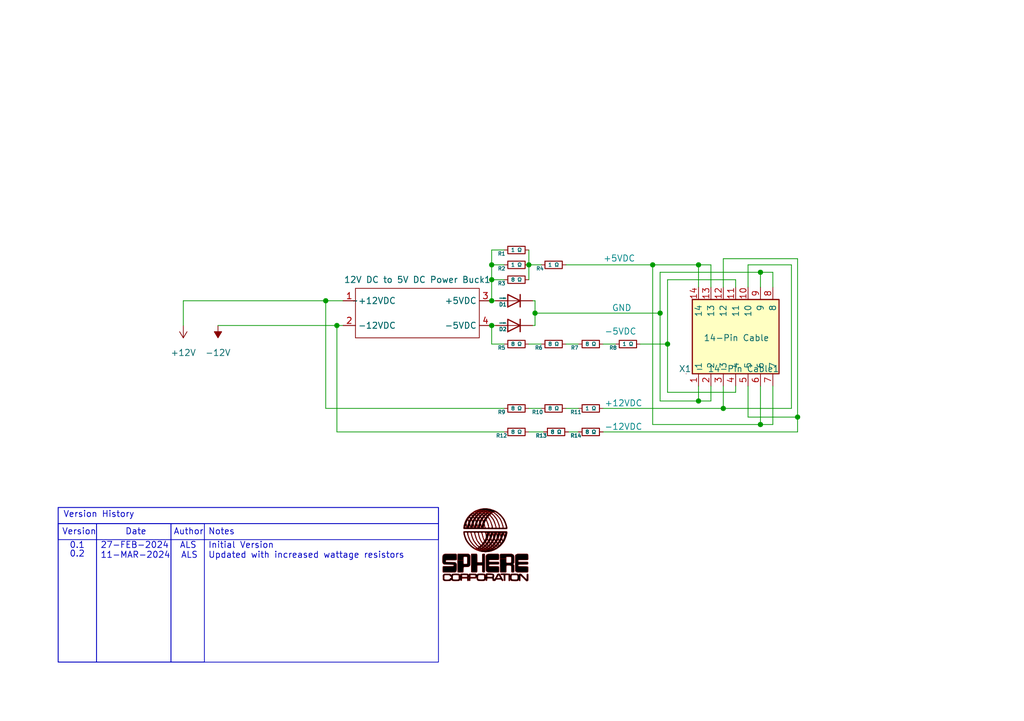
<source format=kicad_sch>
(kicad_sch (version 20230121) (generator eeschema)
  (paper "A5")
  (title_block (title "Project Plasma") (date "2024-03-11") (rev "v0.2"))
  (lib_symbols
    (symbol "Device:R_Small" (pin_numbers hide) (pin_names (offset 0.254) hide)
      (property "Reference" "R" (at 0.762 0.508 0))
      (property "Value" "R_Small" (at 0.762 -1.016 0))
      (symbol "R_Small_1_1"
        (pin passive line (at 0 2.54 270) (length 0.762) (name "~") (number "1"))
        (pin passive line (at 0 -2.54 90) (length 0.762) (name "~") (number "2"))
      )
    )
    (symbol "Diode:1N4001" (pin_numbers hide) (pin_names hide)
      (property "Reference" "D" (at 0 2.54 0))
      (property "Value" "1N4001" (at 0 -2.54 0))
      (symbol "1N4001_1_1"
        (pin passive line (at -3.81 0 0) (length 2.54) (name "K") (number "1"))
        (pin passive line (at 3.81 0 180) (length 2.54) (name "A") (number "2"))
      )
    )
    (symbol "Sphere:14-Pin Socket" (pin_names (offset 1.016))
      (property "Reference" "X?" (at -6.2992 10.16 0))
      (property "Value" "14-Pin Socket" (at 0 0 90))
      (symbol "14-Pin Socket_1_1"
        (pin passive line (at -10.16 7.62 0) (length 2.54) (name "1") (number "1"))
        (pin passive line (at 10.16 -2.54 180) (length 2.54) (name "10") (number "10"))
        (pin passive line (at 10.16 0 180) (length 2.54) (name "11") (number "11"))
        (pin passive line (at 10.16 2.54 180) (length 2.54) (name "12") (number "12"))
        (pin passive line (at 10.16 5.08 180) (length 2.54) (name "13") (number "13"))
        (pin passive line (at 10.16 7.62 180) (length 2.54) (name "14") (number "14"))
        (pin passive line (at -10.16 5.08 0) (length 2.54) (name "2") (number "2"))
        (pin passive line (at -10.16 2.54 0) (length 2.54) (name "3") (number "3"))
        (pin passive line (at -10.16 0 0) (length 2.54) (name "4") (number "4"))
        (pin passive line (at -10.16 -2.54 0) (length 2.54) (name "5") (number "5"))
        (pin passive line (at -10.16 -5.08 0) (length 2.54) (name "6") (number "6"))
        (pin passive line (at -10.16 -7.62 0) (length 2.54) (name "7") (number "7"))
        (pin passive line (at 10.16 -7.62 180) (length 2.54) (name "8") (number "8"))
        (pin passive line (at 10.16 -5.08 180) (length 2.54) (name "9") (number "9"))
      )
    )
    (symbol "Sphere:Adjustable_Power_Buck"
      (property "Reference" "P" (at 12.7 -10.16 0))
      (symbol "Adjustable_Power_Buck_1_0"
        (pin input line (at -2.54 0 0) (length 2.54) (name "+12VDC") (number "1"))
        (pin input line (at -2.54 -5.08 0) (length 2.54) (name "-12VDC") (number "2"))
        (pin output line (at 27.94 0 180) (length 2.54) (name "+5VDC") (number "3"))
        (pin output line (at 27.94 -5.08 180) (length 2.54) (name "-5VDC") (number "4"))
      )
    )
    (symbol "Sphere:GRAPHICS-LOGO" (pin_names (offset 1.016)))
    (symbol "power:+12V" (power) (pin_names (offset 0))
      (property "Value" "+12V" (at 0 3.556 0))
      (symbol "+12V_1_1"
        (pin power_in line (at 0 0 90) (length 0) hide (name "+12V") (number "1"))
      )
    )
    (symbol "power:-12V" (power) (pin_names (offset 0))
      (property "Value" "-12V" (at 0 3.81 0))
      (symbol "-12V_0_0"
        (pin power_in line (at 0 0 90) (length 0) hide (name "-12V") (number "1"))
      )
    )
  )
  (junction (at 108.458 54.356))
  (junction (at 100.838 54.356))
  (junction (at 100.838 61.722))
  (junction (at 143.256 54.356))
  (junction (at 155.956 87.122))
  (junction (at 109.728 64.262))
  (junction (at 66.802 61.722))
  (junction (at 133.858 54.356))
  (junction (at 100.838 57.404))
  (junction (at 148.336 83.82))
  (junction (at 136.906 70.612))
  (junction (at 69.088 66.802))
  (junction (at 143.256 82.296))
  (junction (at 155.956 55.88))
  (junction (at 163.576 85.598))
  (junction (at 100.838 66.802))
  (junction (at 135.382 64.262))
  (wire (pts (xy 150.876 80.518) (xy 150.876 79.248)))
  (wire (pts (xy 135.382 64.262) (xy 135.382 82.296)))
  (wire (pts (xy 108.458 83.82) (xy 110.998 83.82)))
  (wire (pts (xy 163.576 85.598) (xy 163.576 88.646)))
  (wire (pts (xy 131.318 70.612) (xy 136.906 70.612)))
  (wire (pts (xy 109.728 66.802) (xy 109.22 66.802)))
  (wire (pts (xy 153.416 85.598) (xy 153.416 79.248)))
  (wire (pts (xy 136.906 70.612) (xy 136.906 80.518)))
  (wire (pts (xy 145.796 54.356) (xy 143.256 54.356)))
  (wire (pts (xy 143.256 82.296) (xy 143.256 79.248)))
  (wire (pts (xy 103.378 54.356) (xy 100.838 54.356)))
  (wire (pts (xy 103.378 51.308) (xy 100.838 51.308)))
  (wire (pts (xy 108.458 51.308) (xy 108.458 54.356)))
  (wire (pts (xy 108.458 54.356) (xy 110.998 54.356)))
  (wire (pts (xy 66.802 61.722) (xy 66.802 83.82)))
  (wire (pts (xy 145.796 79.248) (xy 145.796 82.296)))
  (wire (pts (xy 66.802 83.82) (xy 103.378 83.82)))
  (wire (pts (xy 37.592 61.722) (xy 37.592 66.802)))
  (wire (pts (xy 155.956 55.88) (xy 155.956 58.928)))
  (wire (pts (xy 109.728 64.262) (xy 135.382 64.262)))
  (wire (pts (xy 135.382 64.262) (xy 135.382 55.88)))
  (wire (pts (xy 69.088 88.646) (xy 103.378 88.646)))
  (wire (pts (xy 155.956 87.122) (xy 158.496 87.122)))
  (wire (pts (xy 155.956 79.248) (xy 155.956 87.122)))
  (wire (pts (xy 143.256 54.356) (xy 133.858 54.356)))
  (wire (pts (xy 155.956 55.88) (xy 158.496 55.88)))
  (wire (pts (xy 145.796 58.928) (xy 145.796 54.356)))
  (wire (pts (xy 37.592 61.722) (xy 66.802 61.722)))
  (wire (pts (xy 136.906 80.518) (xy 150.876 80.518)))
  (wire (pts (xy 101.6 61.722) (xy 100.838 61.722)))
  (wire (pts (xy 153.416 54.356) (xy 153.416 58.928)))
  (wire (pts (xy 136.906 57.404) (xy 150.876 57.404)))
  (wire (pts (xy 118.618 88.646) (xy 116.586 88.646)))
  (wire (pts (xy 109.728 64.262) (xy 109.728 66.802)))
  (wire (pts (xy 163.576 53.086) (xy 163.576 85.598)))
  (wire (pts (xy 148.336 83.82) (xy 162.306 83.82)))
  (wire (pts (xy 143.256 54.356) (xy 143.256 58.928)))
  (wire (pts (xy 100.838 54.356) (xy 100.838 57.404)))
  (wire (pts (xy 123.698 70.612) (xy 126.238 70.612)))
  (wire (pts (xy 100.838 57.404) (xy 100.838 61.722)))
  (wire (pts (xy 162.306 83.82) (xy 162.306 54.356)))
  (wire (pts (xy 108.458 54.356) (xy 108.458 57.404)))
  (wire (pts (xy 103.378 57.404) (xy 100.838 57.404)))
  (wire (pts (xy 148.336 79.248) (xy 148.336 83.82)))
  (wire (pts (xy 100.838 51.308) (xy 100.838 54.356)))
  (wire (pts (xy 69.088 66.802) (xy 69.088 88.646)))
  (wire (pts (xy 153.416 85.598) (xy 163.576 85.598)))
  (wire (pts (xy 158.496 55.88) (xy 158.496 58.928)))
  (wire (pts (xy 135.382 55.88) (xy 155.956 55.88)))
  (wire (pts (xy 69.088 66.802) (xy 70.358 66.802)))
  (wire (pts (xy 123.698 83.82) (xy 148.336 83.82)))
  (wire (pts (xy 108.458 70.612) (xy 110.998 70.612)))
  (wire (pts (xy 66.802 61.722) (xy 70.358 61.722)))
  (wire (pts (xy 116.078 83.82) (xy 118.618 83.82)))
  (wire (pts (xy 136.906 57.404) (xy 136.906 70.612)))
  (wire (pts (xy 148.336 53.086) (xy 148.336 58.928)))
  (wire (pts (xy 143.256 82.296) (xy 145.796 82.296)))
  (wire (pts (xy 133.858 54.356) (xy 133.858 87.122)))
  (wire (pts (xy 44.704 66.802) (xy 69.088 66.802)))
  (wire (pts (xy 162.306 54.356) (xy 153.416 54.356)))
  (wire (pts (xy 109.728 61.722) (xy 109.728 64.262)))
  (wire (pts (xy 150.876 57.404) (xy 150.876 58.928)))
  (wire (pts (xy 116.078 70.612) (xy 118.618 70.612)))
  (wire (pts (xy 101.6 66.802) (xy 100.838 66.802)))
  (wire (pts (xy 109.728 61.722) (xy 109.22 61.722)))
  (wire (pts (xy 163.576 53.086) (xy 148.336 53.086)))
  (wire (pts (xy 158.496 87.122) (xy 158.496 79.248)))
  (wire (pts (xy 108.458 88.646) (xy 111.506 88.646)))
  (wire (pts (xy 103.378 70.612) (xy 100.838 70.612)))
  (wire (pts (xy 133.858 87.122) (xy 155.956 87.122)))
  (wire (pts (xy 123.698 88.646) (xy 163.576 88.646)))
  (wire (pts (xy 135.382 82.296) (xy 143.256 82.296)))
  (wire (pts (xy 100.838 66.802) (xy 100.838 70.612)))
  (wire (pts (xy 116.078 54.356) (xy 133.858 54.356)))
  (rectangle (start 11.938 107.442) (end 89.916 110.744))
  (rectangle (start 11.938 104.14) (end 89.916 107.442))
  (rectangle (start 35.052 107.442) (end 41.91 135.89))
  (rectangle (start 11.938 107.442) (end 19.812 135.89))
  (rectangle (start 11.938 104.14) (end 89.916 135.89))
  (rectangle (start 19.812 107.442) (end 35.052 135.89))
  (text "0.2" (at 14.224 114.554 0) (effects (font (size 1.27 1.27)) (justify left bottom)))
  (text "Initial Version" (at 42.672 112.776 0) (effects (font (size 1.27 1.27)) (justify left bottom)))
  (text "Version History" (at 12.954 106.426 0) (effects (font (size 1.27 1.27)) (justify left bottom)))
  (text "ALS" (at 36.83 112.776 0) (effects (font (size 1.27 1.27)) (justify left bottom)))
  (text "Date\n" (at 25.654 109.982 0) (effects (font (size 1.27 1.27)) (justify left bottom)))
  (text "11-MAR-2024" (at 20.574 114.808 0) (effects (font (size 1.27 1.27)) (justify left bottom)))
  (text "Version" (at 12.7 109.982 0) (effects (font (size 1.27 1.27)) (justify left bottom)))
  (text "27-FEB-2024" (at 20.574 112.776 0) (effects (font (size 1.27 1.27)) (justify left bottom)))
  (text "Updated with increased wattage resistors" (at 42.672 114.808 0) (effects (font (size 1.27 1.27)) (justify left bottom)))
  (text "Notes\n" (at 42.672 109.982 0) (effects (font (size 1.27 1.27)) (justify left bottom)))
  (text "ALS" (at 37.084 114.808 0) (effects (font (size 1.27 1.27)) (justify left bottom)))
  (text "Author" (at 35.56 109.982 0) (effects (font (size 1.27 1.27)) (justify left bottom)))
  (text "0.1" (at 14.224 112.776 0) (effects (font (size 1.27 1.27)) (justify left bottom)))
  (label "+5VDC" (at 130.302 54.102 180))
  (label "+12VDC" (at 123.952 83.82 0))
  (label "-5VDC" (at 123.952 69.088 0))
  (label "-12VDC" (at 123.952 88.646 0))
  (label "GND" (at 125.476 64.262 0))
  (symbol (lib_id "Device:R_Small") (at 121.158 70.612 90) (unit 1)
    (property "Reference" "R7" (at 117.856 71.374 90) (effects (font (size 0.75 0.75))))
    (property "Value" "8 Ω" (at 121.158 70.612 90) (effects (font (size 0.75 0.75))))
    (property "Footprint" "PLASMA_PARTS:R_Axial_DIN0411_L60.0mm_D10mm_P15.24mm_Horizontal 20Watt 8Ohm" (effects hide))
  )
  (symbol (lib_id "Device:R_Small") (at 114.046 88.646 90) (unit 1)
    (property "Reference" "R13" (at 110.998 89.408 90) (effects (font (size 0.75 0.75))))
    (property "Value" "8 Ω" (at 114.046 88.646 90) (effects (font (size 0.75 0.75))))
    (property "Footprint" "PLASMA_PARTS:R_Axial_DIN0411_L60.0mm_D10mm_P15.24mm_Horizontal 20Watt 8Ohm" (effects hide))
  )
  (symbol (lib_id "Device:R_Small") (at 105.918 54.356 90) (unit 1)
    (property "Reference" "R2" (at 102.87 55.118 90) (effects (font (size 0.75 0.75))))
    (property "Value" "1 Ω" (at 105.918 54.356 90) (effects (font (size 0.75 0.75))))
    (property "Footprint" "PLASMA_PARTS:R_Axial_DIN0411_L60.0mm_D10mm_P15.24mm_Horizontal 20Watt 8Ohm" (effects hide))
  )
  (symbol (lib_id "Diode:1N4001") (at 105.41 66.802 180) (unit 1)
    (property "Reference" "D2" (at 103.124 67.564 0) (effects (font (size 0.75 0.75))))
    (property "Value" "1N4001" (at 103.124 66.294 0) (effects (font (size 0.25 0.25))))
    (property "Footprint" "Diode_THT:D_DO-41_SOD81_P10.16mm_Horizontal" (effects hide))
    (property "Datasheet" "http://www.vishay.com/docs/88503/1n4001.pdf" (effects hide))
    (property "Sim.Device" "D" (effects hide))
    (property "Sim.Pins" "1=K 2=A" (effects hide))
  )
  (symbol (lib_id "Device:R_Small") (at 113.538 83.82 90) (unit 1)
    (property "Reference" "R10" (at 110.236 84.582 90) (effects (font (size 0.75 0.75))))
    (property "Value" "8 Ω" (at 113.538 83.82 90) (effects (font (size 0.75 0.75))))
    (property "Footprint" "PLASMA_PARTS:R_Axial_DIN0411_L60.0mm_D10mm_P15.24mm_Horizontal 20Watt 8Ohm" (effects hide))
  )
  (symbol (lib_id "Device:R_Small") (at 105.918 70.612 90) (unit 1)
    (property "Reference" "R5" (at 102.87 71.374 90) (effects (font (size 0.75 0.75))))
    (property "Value" "8 Ω" (at 105.918 70.612 90) (effects (font (size 0.75 0.75))))
    (property "Footprint" "PLASMA_PARTS:R_Axial_DIN0411_L60.0mm_D10mm_P15.24mm_Horizontal 20Watt 8Ohm" (effects hide))
  )
  (symbol (lib_id "power:-12V") (at 44.704 66.802 180) (unit 1)
    (property "Reference" "#PWR02" (effects hide))
    (property "Value" "-12V" (at 44.704 72.39 0))
  )
  (symbol (lib_id "Device:R_Small") (at 121.158 88.646 90) (unit 1)
    (property "Reference" "R14" (at 118.11 89.408 90) (effects (font (size 0.75 0.75))))
    (property "Value" "8 Ω" (at 121.158 88.646 90) (effects (font (size 0.75 0.75))))
    (property "Footprint" "PLASMA_PARTS:R_Axial_DIN0411_L60.0mm_D10mm_P15.24mm_Horizontal 20Watt 8Ohm" (effects hide))
  )
  (symbol (lib_id "Device:R_Small") (at 121.158 83.82 90) (unit 1)
    (property "Reference" "R11" (at 118.11 84.582 90) (effects (font (size 0.75 0.75))))
    (property "Value" "1 Ω" (at 121.158 83.82 90) (effects (font (size 0.75 0.75))))
    (property "Footprint" "PLASMA_PARTS:R_Axial_DIN0411_L60.0mm_D10mm_P15.24mm_Horizontal 20Watt 8Ohm" (effects hide))
  )
  (symbol (lib_id "Sphere:14-Pin Socket") (at 150.876 69.088 90) (unit 1)
    (property "Reference" "X1 - 14-Pin Cable1" (at 139.192 75.692 90) (effects (justify right)))
    (property "Value" "14-Pin Cable" (at 144.272 69.342 90) (effects (justify right)))
    (property "Footprint" "Package_DIP:DIP-14_W10.16mm" (effects hide))
  )
  (symbol (lib_id "Device:R_Small") (at 128.778 70.612 90) (unit 1)
    (property "Reference" "R8" (at 125.73 71.374 90) (effects (font (size 0.75 0.75))))
    (property "Value" "1 Ω" (at 128.778 70.612 90) (effects (font (size 0.75 0.75))))
    (property "Footprint" "PLASMA_PARTS:R_Axial_DIN0411_L60.0mm_D10mm_P15.24mm_Horizontal 20Watt 8Ohm" (effects hide))
  )
  (symbol (lib_id "Device:R_Small") (at 105.918 51.308 90) (unit 1)
    (property "Reference" "R1" (at 102.87 52.07 90) (effects (font (size 0.75 0.75))))
    (property "Value" "1 Ω" (at 105.918 51.308 90) (effects (font (size 0.75 0.75))))
    (property "Footprint" "PLASMA_PARTS:R_Axial_DIN0411_L60.0mm_D10mm_P15.24mm_Horizontal 20Watt 8Ohm" (effects hide))
  )
  (symbol (lib_id "Sphere:GRAPHICS-LOGO") (at 99.568 111.76 0) (unit 1)
    (property "Reference" "#G1" (effects hide))
    (property "Value" "LOGO" (effects hide))
  )
  (symbol (lib_id "Device:R_Small") (at 113.538 54.356 90) (unit 1)
    (property "Reference" "R4" (at 110.744 55.118 90) (effects (font (size 0.75 0.75))))
    (property "Value" "1 Ω" (at 113.538 54.356 90) (effects (font (size 0.75 0.75))))
    (property "Footprint" "PLASMA_PARTS:R_Axial_DIN0411_L60.0mm_D10mm_P15.24mm_Horizontal 20Watt 8Ohm" (effects hide))
  )
  (symbol (lib_id "Device:R_Small") (at 105.918 88.646 90) (unit 1)
    (property "Reference" "R12" (at 102.87 89.408 90) (effects (font (size 0.75 0.75))))
    (property "Value" "8 Ω" (at 105.918 88.646 90) (effects (font (size 0.75 0.75))))
    (property "Footprint" "PLASMA_PARTS:R_Axial_DIN0411_L60.0mm_D10mm_P15.24mm_Horizontal 20Watt 8Ohm" (effects hide))
  )
  (symbol (lib_id "Sphere:Adjustable_Power_Buck") (at 72.898 61.722 0) (unit 1)
    (property "Reference" "12V DC to 5V DC Power Buck1" (at 85.598 57.404 0))
    (property "Value" "~" (at 72.898 61.722 0))
    (property "Footprint" "Transistor_Power_Module:Weewooday Adjustable LM2596S DC-DC Buck Converter" (effects hide))
  )
  (symbol (lib_id "Device:R_Small") (at 113.538 70.612 90) (unit 1)
    (property "Reference" "R6" (at 110.49 71.374 90) (effects (font (size 0.75 0.75))))
    (property "Value" "8 Ω" (at 113.538 70.612 90) (effects (font (size 0.75 0.75))))
    (property "Footprint" "PLASMA_PARTS:R_Axial_DIN0411_L60.0mm_D10mm_P15.24mm_Horizontal 20Watt 8Ohm" (effects hide))
  )
  (symbol (lib_id "Diode:1N4001") (at 105.41 61.722 180) (unit 1)
    (property "Reference" "D1" (at 103.124 62.484 0) (effects (font (size 0.75 0.75))))
    (property "Value" "1N4001" (at 103.124 61.214 0) (effects (font (size 0.25 0.25))))
    (property "Footprint" "Diode_THT:D_DO-41_SOD81_P10.16mm_Horizontal" (effects hide))
    (property "Datasheet" "http://www.vishay.com/docs/88503/1n4001.pdf" (effects hide))
    (property "Sim.Device" "D" (effects hide))
    (property "Sim.Pins" "1=K 2=A" (effects hide))
  )
  (symbol (lib_id "Device:R_Small") (at 105.918 83.82 90) (unit 1)
    (property "Reference" "R9" (at 102.87 84.582 90) (effects (font (size 0.75 0.75))))
    (property "Value" "8 Ω" (at 105.918 83.82 90) (effects (font (size 0.75 0.75))))
    (property "Footprint" "PLASMA_PARTS:R_Axial_DIN0411_L60.0mm_D10mm_P15.24mm_Horizontal 20Watt 8Ohm" (effects hide))
  )
  (symbol (lib_id "Device:R_Small") (at 105.918 57.404 90) (unit 1)
    (property "Reference" "R3" (at 102.87 58.166 90) (effects (font (size 0.75 0.75))))
    (property "Value" "8 Ω" (at 105.918 57.404 90) (effects (font (size 0.75 0.75))))
    (property "Footprint" "PLASMA_PARTS:R_Axial_DIN0411_L60.0mm_D10mm_P15.24mm_Horizontal 20Watt 8Ohm" (effects hide))
  )
  (symbol (lib_id "power:+12V") (at 37.592 66.802 180) (unit 1)
    (property "Reference" "#PWR01" (effects hide))
    (property "Value" "+12V" (at 37.592 72.39 0))
  )
)
</source>
